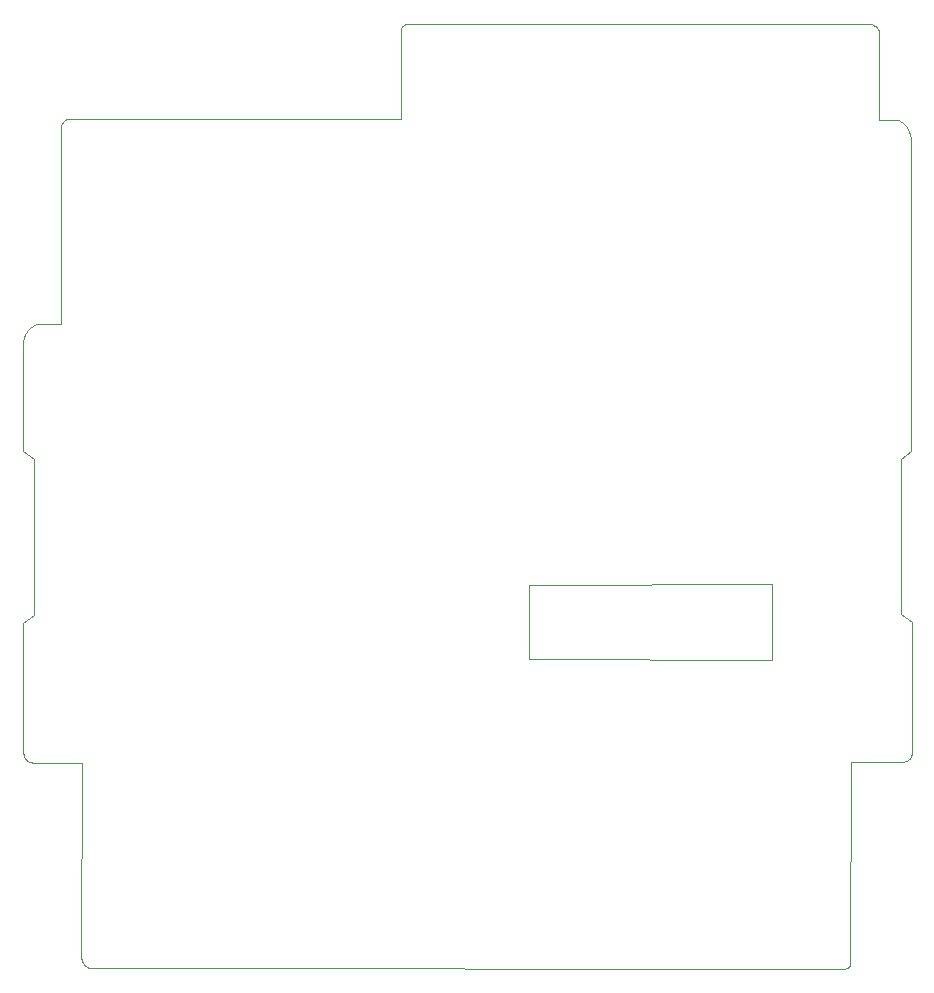
<source format=gbr>
%TF.GenerationSoftware,KiCad,Pcbnew,(6.0.2)*%
%TF.CreationDate,2023-02-09T01:22:52-05:00*%
%TF.ProjectId,bottom,626f7474-6f6d-42e6-9b69-6361645f7063,rev?*%
%TF.SameCoordinates,Original*%
%TF.FileFunction,Profile,NP*%
%FSLAX46Y46*%
G04 Gerber Fmt 4.6, Leading zero omitted, Abs format (unit mm)*
G04 Created by KiCad (PCBNEW (6.0.2)) date 2023-02-09 01:22:52*
%MOMM*%
%LPD*%
G01*
G04 APERTURE LIST*
%TA.AperFunction,Profile*%
%ADD10C,0.100000*%
%TD*%
G04 APERTURE END LIST*
D10*
X187242972Y-120833815D02*
X187234515Y-120870269D01*
X144406244Y-58985591D02*
X144443981Y-58972742D01*
X116937761Y-137868918D02*
X116941064Y-137812613D01*
X115762359Y-67018167D02*
X115802568Y-67006256D01*
X186910654Y-121311318D02*
X186878404Y-121330302D01*
X187195415Y-68858180D02*
X187200999Y-86079999D01*
X175469000Y-112798997D02*
X175469000Y-106391001D01*
X144140050Y-59156757D02*
X144168967Y-59129237D01*
X115361820Y-67309194D02*
X115387380Y-67275882D01*
X117592317Y-138900851D02*
X117541158Y-138877162D01*
X116937388Y-137925346D02*
X116937761Y-137868918D01*
X144560661Y-58946656D02*
X183379975Y-58939000D01*
X187254276Y-120760008D02*
X187242972Y-120833815D01*
X183379975Y-58939000D02*
X183500056Y-58934011D01*
X187063496Y-68143678D02*
X187098206Y-68242097D01*
X117442739Y-138821900D02*
X117395838Y-138790521D01*
X183949708Y-59026940D02*
X184002026Y-59051691D01*
X144443981Y-58972742D02*
X144482410Y-58961939D01*
X183500056Y-58934011D02*
X183557818Y-58935087D01*
X144333174Y-59017281D02*
X144369305Y-59000438D01*
X112733186Y-121489138D02*
X112691245Y-121481363D01*
X115248071Y-67532447D02*
X115262052Y-67492966D01*
X186971979Y-121268632D02*
X186910654Y-121311318D01*
X186878404Y-121330302D02*
X186811366Y-121363183D01*
X187028634Y-121219996D02*
X186971979Y-121268632D01*
X184002026Y-59051691D02*
X184052869Y-59079124D01*
X184321590Y-59296423D02*
X184359089Y-59340440D01*
X184281778Y-59254413D02*
X184321590Y-59296423D01*
X115843294Y-66996477D02*
X115884528Y-66988832D01*
X144369305Y-59000438D02*
X144406244Y-58985591D01*
X186557844Y-121422013D02*
X186520459Y-121422959D01*
X184394208Y-59386379D02*
X184426819Y-59434066D01*
X186376360Y-67243569D02*
X186458974Y-67307420D01*
X182065636Y-138479125D02*
X182062453Y-138505696D01*
X187127738Y-68342191D02*
X187152012Y-68443689D01*
X112255714Y-121229862D02*
X112228048Y-121197464D01*
X112568812Y-121445086D02*
X112529501Y-121428800D01*
X144230964Y-59079153D02*
X144263902Y-59056696D01*
X186290573Y-67184142D02*
X186376360Y-67243569D01*
X144112700Y-59185760D02*
X144140050Y-59156757D01*
X144263902Y-59056696D02*
X144298005Y-59036052D01*
X187200999Y-86079999D02*
X187210999Y-95109998D01*
X115338097Y-67343712D02*
X115361820Y-67309194D01*
X117307280Y-138720706D02*
X117265821Y-138682425D01*
X112175221Y-85330445D02*
X112220012Y-85236130D01*
X115473864Y-67184743D02*
X115505792Y-67157473D01*
X186685163Y-67523401D02*
X186752727Y-67602939D01*
X116953831Y-138093681D02*
X116945434Y-138037880D01*
X186874994Y-67772075D02*
X186929334Y-67861171D01*
X112220012Y-85236130D02*
X112269637Y-85144325D01*
X112056756Y-120812686D02*
X112051191Y-120770395D01*
X116939948Y-137981718D02*
X116937388Y-137925346D01*
X181886362Y-138827572D02*
X181844205Y-138860522D01*
X186816052Y-67685891D02*
X186874994Y-67772075D01*
X182070999Y-138400002D02*
X182067935Y-138425769D01*
X186201804Y-67129269D02*
X186290573Y-67184142D01*
X182026626Y-138634262D02*
X182015587Y-138658696D01*
X112269637Y-85144325D02*
X112323951Y-85055276D01*
X187261000Y-120690000D02*
X187254276Y-120760008D01*
X186321000Y-108929502D02*
X187260994Y-109639897D01*
X187260994Y-109639897D02*
X187261000Y-120690000D01*
X182015587Y-138658696D02*
X181989904Y-138705636D01*
X112491048Y-121410458D02*
X112453608Y-121390129D01*
X112691245Y-121481363D02*
X112649870Y-121471427D01*
X187192694Y-68753882D02*
X187195415Y-68858180D01*
X182044859Y-138584012D02*
X182026626Y-138634262D01*
X115967964Y-66980058D02*
X116009859Y-66978960D01*
X187184538Y-68649841D02*
X187192694Y-68753882D01*
X182057913Y-138532122D02*
X182044859Y-138584012D01*
X115722828Y-67032166D02*
X115762359Y-67018167D01*
X184195892Y-59177103D02*
X184239878Y-59214639D01*
X154821000Y-106430998D02*
X154821000Y-112749002D01*
X144199288Y-59103357D02*
X144230964Y-59079153D01*
X144298005Y-59036052D02*
X144333174Y-59017281D01*
X112997139Y-84412489D02*
X113089077Y-84362221D01*
X187080115Y-121165842D02*
X187028634Y-121219996D01*
X112074451Y-120895952D02*
X112064509Y-120854525D01*
X181700872Y-138931549D02*
X181649168Y-138945125D01*
X186811366Y-121363183D02*
X186741298Y-121389134D01*
X116965117Y-138148971D02*
X116953831Y-138093681D01*
X183896252Y-59005030D02*
X183949708Y-59026940D01*
X115213245Y-67696297D02*
X115218725Y-67654667D01*
X117265821Y-138682425D02*
X117226407Y-138642041D01*
X117189145Y-138599664D02*
X117154136Y-138555407D01*
X112046930Y-85726876D02*
X112071204Y-85625380D01*
X186520459Y-121422959D02*
X182110997Y-121421000D01*
X115539020Y-67131974D02*
X115573579Y-67108219D01*
X116945434Y-138037880D02*
X116939948Y-137981718D01*
X116979261Y-138203599D02*
X116965117Y-138148971D01*
X144040591Y-59281024D02*
X144062898Y-59247984D01*
X115443446Y-67213612D02*
X115473864Y-67184743D01*
X117038397Y-138362004D02*
X117015942Y-138310235D01*
X117154136Y-138555407D02*
X117121445Y-138509348D01*
X186668965Y-121407862D02*
X186632130Y-121414463D01*
X112860000Y-121501000D02*
X112775425Y-121494700D01*
X115802568Y-67006256D02*
X115843294Y-66996477D01*
X182067935Y-138425769D02*
X182065636Y-138479125D01*
X117395838Y-138790521D02*
X117350672Y-138756780D01*
X115926157Y-66983349D02*
X115967964Y-66980058D01*
X115573579Y-67108219D02*
X115609379Y-67086279D01*
X181775297Y-138901489D02*
X181726163Y-138922802D01*
X116996224Y-138257418D02*
X116979261Y-138203599D01*
X112155730Y-121092222D02*
X112135404Y-121054780D01*
X115609379Y-67086279D02*
X115646187Y-67066293D01*
X144062898Y-59247984D02*
X144086958Y-59216199D01*
X187146445Y-121075511D02*
X187103763Y-121136839D01*
X112609021Y-121459327D02*
X112568812Y-121445086D01*
X112086564Y-120936852D02*
X112074451Y-120895952D01*
X143999004Y-59349909D02*
X144040591Y-59281024D01*
X181649168Y-138945125D02*
X181596304Y-138953392D01*
X181821925Y-138875348D02*
X181775297Y-138901489D01*
X115278098Y-67454221D02*
X115296174Y-67416322D01*
X183615495Y-58939218D02*
X183672925Y-58946401D01*
X187098206Y-68242097D02*
X187127738Y-68342191D01*
X112453608Y-121390129D02*
X112417283Y-121367868D01*
X115884528Y-66988832D02*
X115926157Y-66983349D01*
X181844205Y-138860522D02*
X181821925Y-138875348D01*
X111999000Y-86140000D02*
X112014402Y-85933023D01*
X181542824Y-138956251D02*
X117649999Y-138920999D01*
X115236146Y-67572707D02*
X115248071Y-67532447D01*
X181959620Y-138749686D02*
X181924991Y-138790475D01*
X112446186Y-84886184D02*
X112513747Y-84806647D01*
X184456891Y-59483456D02*
X184484333Y-59534415D01*
X183841663Y-58985959D02*
X183896252Y-59005030D01*
X115226369Y-67613434D02*
X115236146Y-67572707D01*
X112014402Y-85933023D02*
X112027973Y-85829551D01*
X117008995Y-121501000D02*
X112860000Y-121501000D01*
X183729791Y-58956593D02*
X183786090Y-58969788D01*
X112135404Y-121054780D02*
X112117087Y-121016373D01*
X116941064Y-137812613D02*
X117008995Y-121501000D01*
X186632130Y-121414463D02*
X186557844Y-121422013D01*
X112051191Y-120770395D02*
X112047852Y-120727922D01*
X187182680Y-121010224D02*
X187146445Y-121075511D01*
X115316185Y-67379469D02*
X115338097Y-67343712D01*
X112064509Y-120854525D02*
X112056756Y-120812686D01*
X112660878Y-84658636D02*
X112739970Y-84590634D01*
X112100784Y-120977012D02*
X112086564Y-120936852D01*
X187152012Y-68443689D02*
X187170968Y-68546367D01*
X117121445Y-138509348D02*
X117091220Y-138461695D01*
X184052869Y-59079124D02*
X184102236Y-59109235D01*
X117491253Y-138850824D02*
X117442739Y-138821900D01*
X187170968Y-68546367D02*
X187184538Y-68649841D01*
X112417283Y-121367868D02*
X112382130Y-121343706D01*
X115387380Y-67275882D02*
X115414581Y-67244033D01*
X112047852Y-120727922D02*
X112046740Y-120685359D01*
X112117087Y-121016373D02*
X112100784Y-120977012D01*
X115684037Y-67048236D02*
X115722828Y-67032166D01*
X184102236Y-59109235D02*
X184149984Y-59141944D01*
X184239878Y-59214639D02*
X184281778Y-59254413D01*
X112959000Y-95790504D02*
X111999004Y-95080093D01*
X144168967Y-59129237D02*
X144199288Y-59103357D01*
X181596304Y-138953392D02*
X181542824Y-138956251D01*
X117015942Y-138310235D02*
X116996224Y-138257418D01*
X112202146Y-121163704D02*
X112178016Y-121128593D01*
X186741298Y-121389134D02*
X186668965Y-121407862D01*
X144521315Y-58953241D02*
X144560661Y-58946656D01*
X175469000Y-106391001D02*
X154821000Y-106430998D01*
X117350672Y-138756780D02*
X117307280Y-138720706D01*
X187023702Y-68047203D02*
X187063496Y-68143678D01*
X184149984Y-59141944D02*
X184195892Y-59177103D01*
X184510999Y-67079000D02*
X186110100Y-67079005D01*
X144008998Y-66978999D02*
X143999004Y-59349909D01*
X186978932Y-67952933D02*
X187023702Y-68047203D01*
X144482410Y-58961939D02*
X144521315Y-58953241D01*
X183786090Y-58969788D02*
X183841663Y-58985959D01*
X154821000Y-112749002D02*
X175469000Y-112798997D01*
X116009859Y-66978960D02*
X144008998Y-66978999D01*
X112323951Y-85055276D02*
X112382863Y-84969136D01*
X117541158Y-138877162D02*
X117491253Y-138850824D01*
X113089077Y-84362221D02*
X113820007Y-84359000D01*
X115262052Y-67492966D02*
X115278098Y-67454221D01*
X112348332Y-121317768D02*
X112315978Y-121290131D01*
X186538105Y-67375459D02*
X186613582Y-67447531D01*
X111999004Y-95080093D02*
X111999000Y-86140000D01*
X112135429Y-85426919D02*
X112175221Y-85330445D01*
X113820007Y-84359000D02*
X115209000Y-84368992D01*
X186613582Y-67447531D02*
X186685163Y-67523401D01*
X117063513Y-138412537D02*
X117038397Y-138362004D01*
X115505792Y-67157473D02*
X115539020Y-67131974D01*
X112285038Y-121260768D02*
X112255714Y-121229862D01*
X115414581Y-67244033D02*
X115443446Y-67213612D01*
X181924991Y-138790475D02*
X181886362Y-138827572D01*
X186752727Y-67602939D02*
X186816052Y-67685891D01*
X112513747Y-84806647D02*
X112585400Y-84730703D01*
X144086958Y-59216199D02*
X144112700Y-59185760D01*
X187234515Y-120870269D02*
X187212146Y-120941561D01*
X186321000Y-95820481D02*
X186321000Y-108929502D01*
X115646187Y-67066293D02*
X115684037Y-67048236D01*
X186929334Y-67861171D02*
X186978932Y-67952933D01*
X186458974Y-67307420D02*
X186538105Y-67375459D01*
X112739970Y-84590634D02*
X112822541Y-84526816D01*
X112027973Y-85829551D02*
X112046930Y-85726876D01*
X112959000Y-108979520D02*
X112959000Y-95790504D01*
X112046740Y-120685359D02*
X112049004Y-109709900D01*
X115209956Y-67738107D02*
X115213245Y-67696297D01*
X112100721Y-85525337D02*
X112135429Y-85426919D01*
X112775425Y-121494700D02*
X112733186Y-121489138D01*
X112908370Y-84467360D02*
X112997139Y-84412489D01*
X182110997Y-121421000D02*
X182070999Y-138400002D01*
X117649999Y-138920999D02*
X117592317Y-138900851D01*
X112228048Y-121197464D02*
X112202146Y-121163704D01*
X181989904Y-138705636D02*
X181959620Y-138749686D01*
X117091220Y-138461695D02*
X117063513Y-138412537D01*
X112649870Y-121471427D02*
X112609021Y-121459327D01*
X183557818Y-58935087D02*
X183615495Y-58939218D01*
X112585400Y-84730703D02*
X112660878Y-84658636D01*
X187212146Y-120941561D02*
X187182680Y-121010224D01*
X184484333Y-59534415D02*
X184509093Y-59587084D01*
X112178016Y-121128593D02*
X112155730Y-121092222D01*
X115296174Y-67416322D02*
X115316185Y-67379469D01*
X187103763Y-121136839D02*
X187080115Y-121165842D01*
X181726163Y-138922802D02*
X181700872Y-138931549D01*
X115218725Y-67654667D02*
X115226369Y-67613434D01*
X112822541Y-84526816D02*
X112908370Y-84467360D01*
X115209000Y-84368992D02*
X115209956Y-67738107D01*
X112049004Y-109709900D02*
X112959000Y-108979520D01*
X187210999Y-95109998D02*
X186321000Y-95820481D01*
X112315978Y-121290131D02*
X112285038Y-121260768D01*
X184359089Y-59340440D02*
X184394208Y-59386379D01*
X112529501Y-121428800D02*
X112491048Y-121410458D01*
X117226407Y-138642041D02*
X117189145Y-138599664D01*
X112382863Y-84969136D02*
X112446186Y-84886184D01*
X183672925Y-58946401D02*
X183729791Y-58956593D01*
X182062453Y-138505696D02*
X182057913Y-138532122D01*
X112382130Y-121343706D02*
X112348332Y-121317768D01*
X112071204Y-85625380D02*
X112100721Y-85525337D01*
X184426819Y-59434066D02*
X184456891Y-59483456D01*
X186110100Y-67079005D02*
X186201804Y-67129269D01*
X184509093Y-59587084D02*
X184510999Y-67079000D01*
M02*

</source>
